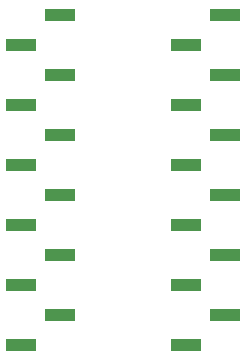
<source format=gbp>
G04 #@! TF.GenerationSoftware,KiCad,Pcbnew,9.0.6*
G04 #@! TF.CreationDate,2025-12-31T14:00:50-06:00*
G04 #@! TF.ProjectId,QFN-20_4x4,51464e2d-3230-45f3-9478-342e6b696361,rev?*
G04 #@! TF.SameCoordinates,Original*
G04 #@! TF.FileFunction,Paste,Bot*
G04 #@! TF.FilePolarity,Positive*
%FSLAX46Y46*%
G04 Gerber Fmt 4.6, Leading zero omitted, Abs format (unit mm)*
G04 Created by KiCad (PCBNEW 9.0.6) date 2025-12-31 14:00:50*
%MOMM*%
%LPD*%
G01*
G04 APERTURE LIST*
%ADD10R,2.510000X1.000000*%
G04 APERTURE END LIST*
D10*
X133099000Y-106680000D03*
X129789000Y-109220000D03*
X133099000Y-111760000D03*
X129789000Y-114300000D03*
X133099000Y-116840000D03*
X129789000Y-119380000D03*
X133099000Y-121920000D03*
X129789000Y-124460000D03*
X133099000Y-127000000D03*
X129789000Y-129540000D03*
X133099000Y-132080000D03*
X129789000Y-134620000D03*
X147071000Y-106680000D03*
X143761000Y-109220000D03*
X147071000Y-111760000D03*
X143761000Y-114300000D03*
X147071000Y-116840000D03*
X143761000Y-119380000D03*
X147071000Y-121920000D03*
X143761000Y-124460000D03*
X147071000Y-127000000D03*
X143761000Y-129540000D03*
X147071000Y-132080000D03*
X143761000Y-134620000D03*
M02*

</source>
